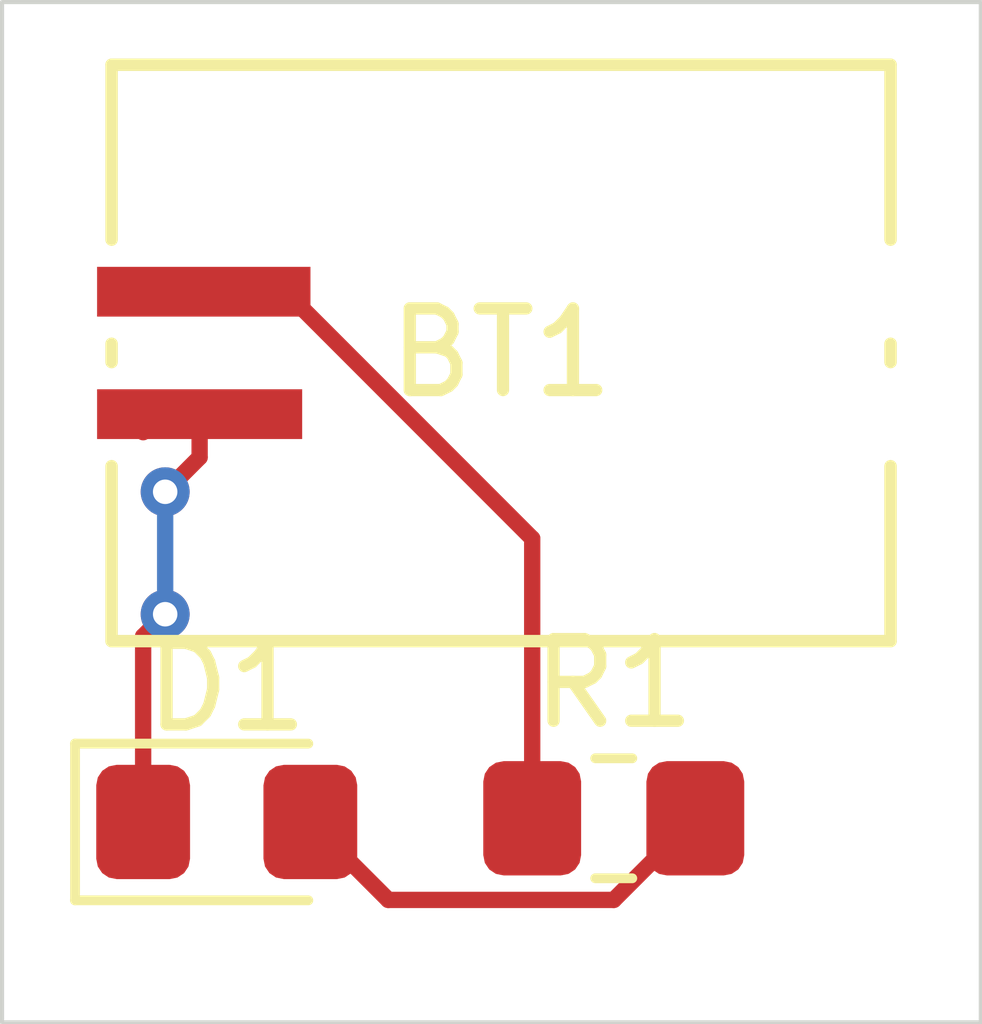
<source format=kicad_pcb>
(kicad_pcb (version 20240108) (generator "pcbnew") (generator_version "8.0")
  (title_block (title "Simple LED Circuit") (rev "1.0"))
  (layers (0 "F.Cu" signal) (31 "B.Cu" signal) (34 "B.Paste" user) (35 "F.Paste" user) (36 "B.SilkS" user "B.Silkscreen") (37 "F.SilkS" user "F.Silkscreen") (38 "B.Mask" user) (39 "F.Mask" user) (44 "Edge.Cuts" user))
  (net 0 "")
  (net 1 "Net-(BT1-+)")
  (net 2 "Net-(BT1--)")
  (net 3 "Net-(D1-A)")
  (footprint "FS_3_Global_Footprint_Library:MS621FE-FL11E_SEC" (layer "F.Cu") (at 131.1182 76.2988)
    (property "Reference" "BT1" (at 0 0 0) (layer "F.SilkS"))
    (property "Value" "Battery_Cell")
    (fp_line (start -4.7752 -3.5306) (end -4.7752 -1.387541) (stroke (width 0.1524)) (layer "F.SilkS"))
    (fp_line (start -4.7752 -0.112461) (end -4.7752 0.112461) (stroke (width 0.1524)) (layer "F.SilkS"))
    (fp_line (start -4.7752 1.387541) (end -4.7752 3.5306) (stroke (width 0.1524)) (layer "F.SilkS"))
    (fp_line (start -4.7752 3.5306) (end 4.7752 3.5306) (stroke (width 0.1524)) (layer "F.SilkS"))
    (fp_line (start 4.7752 -3.5306) (end -4.7752 -3.5306) (stroke (width 0.1524)) (layer "F.SilkS"))
    (fp_line (start 4.7752 -1.387541) (end 4.7752 -3.5306) (stroke (width 0.1524)) (layer "F.SilkS"))
    (fp_line (start 4.7752 0.112461) (end 4.7752 -0.112461) (stroke (width 0.1524)) (layer "F.SilkS"))
    (fp_line (start 4.7752 3.5306) (end 4.7752 1.387541) (stroke (width 0.1524)) (layer "F.SilkS"))
    (pad "1" smd rect (at -3.6449 -0.750001) (size 2.6162 0.6096) (layers "F.Cu" "F.Paste" "F.Mask") (net 1 "Net-(BT1-+)"))
    (pad "2" smd rect (at -3.6957 0.750001) (size 2.5146 0.6096) (layers "F.Cu" "F.Paste" "F.Mask") (net 2 "Net-(BT1--)"))
  )
  (footprint "LED_SMD:LED_0805_2012Metric_Pad1.15x1.40mm_HandSolder" (layer "F.Cu") (at 127.755 82.045)
    (property "Reference" "D1" (at 0 -1.65 0) (layer "F.SilkS"))
    (property "Value" "LED")
    (fp_line (start -1.86 -0.96) (end -1.86 0.96) (stroke (width 0.12)) (layer "F.SilkS"))
    (fp_line (start -1.86 0.96) (end 1 0.96) (stroke (width 0.12)) (layer "F.SilkS"))
    (fp_line (start 1 -0.96) (end -1.86 -0.96) (stroke (width 0.12)) (layer "F.SilkS"))
    (pad "1" smd roundrect (at -1.025 0) (size 1.15 1.4) (layers "F.Cu" "F.Paste" "F.Mask") (roundrect_rratio 0.217391) (net 2 "Net-(BT1--)"))
    (pad "2" smd roundrect (at 1.025 0) (size 1.15 1.4) (layers "F.Cu" "F.Paste" "F.Mask") (roundrect_rratio 0.217391) (net 3 "Net-(D1-A)"))
  )
  (footprint "Resistor_SMD:R_0805_2012Metric_Pad1.20x1.40mm_HandSolder" (layer "F.Cu") (at 132.5 82)
    (property "Reference" "R1" (at 0 -1.65 0) (layer "F.SilkS"))
    (property "Value" "R")
    (fp_line (start -0.227064 -0.735) (end 0.227064 -0.735) (stroke (width 0.12)) (layer "F.SilkS"))
    (fp_line (start -0.227064 0.735) (end 0.227064 0.735) (stroke (width 0.12)) (layer "F.SilkS"))
    (pad "1" smd roundrect (at -1 0) (size 1.2 1.4) (layers "F.Cu" "F.Paste" "F.Mask") (roundrect_rratio 0.208333) (net 1 "Net-(BT1-+)"))
    (pad "2" smd roundrect (at 1 0) (size 1.2 1.4) (layers "F.Cu" "F.Paste" "F.Mask") (roundrect_rratio 0.208333) (net 3 "Net-(D1-A)"))
  )
  (gr_rect (start 125 72) (end 137 84.5) (stroke (width 0.05)) (fill none) (layer "Edge.Cuts"))
  (segment (start 131.5 78.572199) (end 131.5 82) (width 0.2) (layer "F.Cu") (net 1))
  (segment (start 128.4766 75.548799) (end 131.5 78.572199) (width 0.2) (layer "F.Cu") (net 1))
  (segment (start 127.4733 75.548799) (end 128.4766 75.548799) (width 0.2) (layer "F.Cu") (net 1))
  (segment (start 127.4225 77.5775) (end 127 78) (width 0.2) (layer "F.Cu") (net 2))
  (segment (start 126.73 77.27) (end 126.951199 77.048801) (width 0.2) (layer "F.Cu") (net 2))
  (segment (start 126.73 79.77) (end 126.73 82.045) (width 0.2) (layer "F.Cu") (net 2))
  (segment (start 126.951199 77.048801) (end 127.4225 77.048801) (width 0.2) (layer "F.Cu") (net 2))
  (segment (start 127 79.5) (end 126.73 79.77) (width 0.2) (layer "F.Cu") (net 2))
  (segment (start 127.4225 77.048801) (end 127.4225 77.5775) (width 0.2) (layer "F.Cu") (net 2))
  (via (at 127 78) (size 0.6) (drill 0.3) (layers "F.Cu" "B.Cu") (net 2))
  (via (at 127 79.5) (size 0.6) (drill 0.3) (layers "F.Cu" "B.Cu") (net 2))
  (segment (start 127 78) (end 127 79.5) (width 0.2) (layer "B.Cu") (net 2))
  (segment (start 133.5 82) (end 132.5 83) (width 0.2) (layer "F.Cu") (net 3))
  (segment (start 132.5 83) (end 129.735 83) (width 0.2) (layer "F.Cu") (net 3))
  (segment (start 129.735 83) (end 128.78 82.045) (width 0.2) (layer "F.Cu") (net 3))
)
</source>
